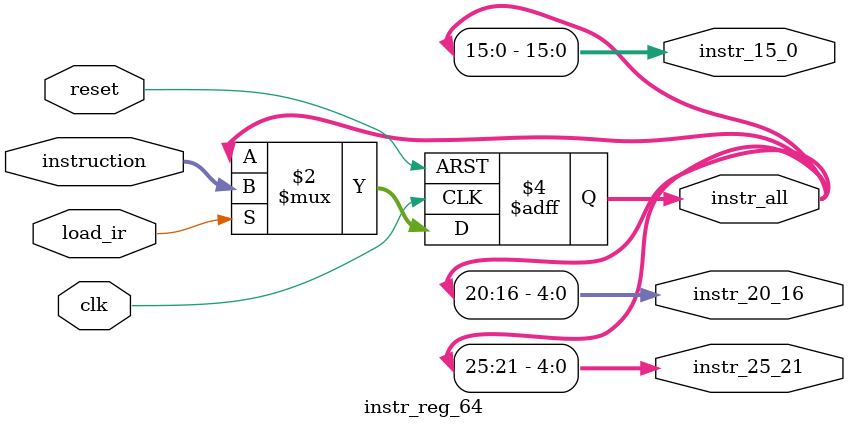
<source format=sv>
module instr_reg_64(
    // clock and reset
    input logic clk,
    input logic reset,

    // enable register data read
    input logic load_ir,

    // register num
    input logic [31:0] instruction,

    // instruction outputs
    output logic [31:0] instr_all,
    output logic [4:0]  instr_25_21,
    output logic [4:0]  instr_20_16,
    output logic [15:0] instr_15_0
);

assign instr_25_21 = instr_all[25:21];
assign instr_20_16 = instr_all[20:16];
assign instr_15_0  = instr_all[15:0];

always_ff @(posedge clk, posedge reset) begin
    if (reset) begin
        instr_all <= 0;
    end
    else if (load_ir) begin
        instr_all <= instruction;
    end
end
    
endmodule: instr_reg_64
</source>
